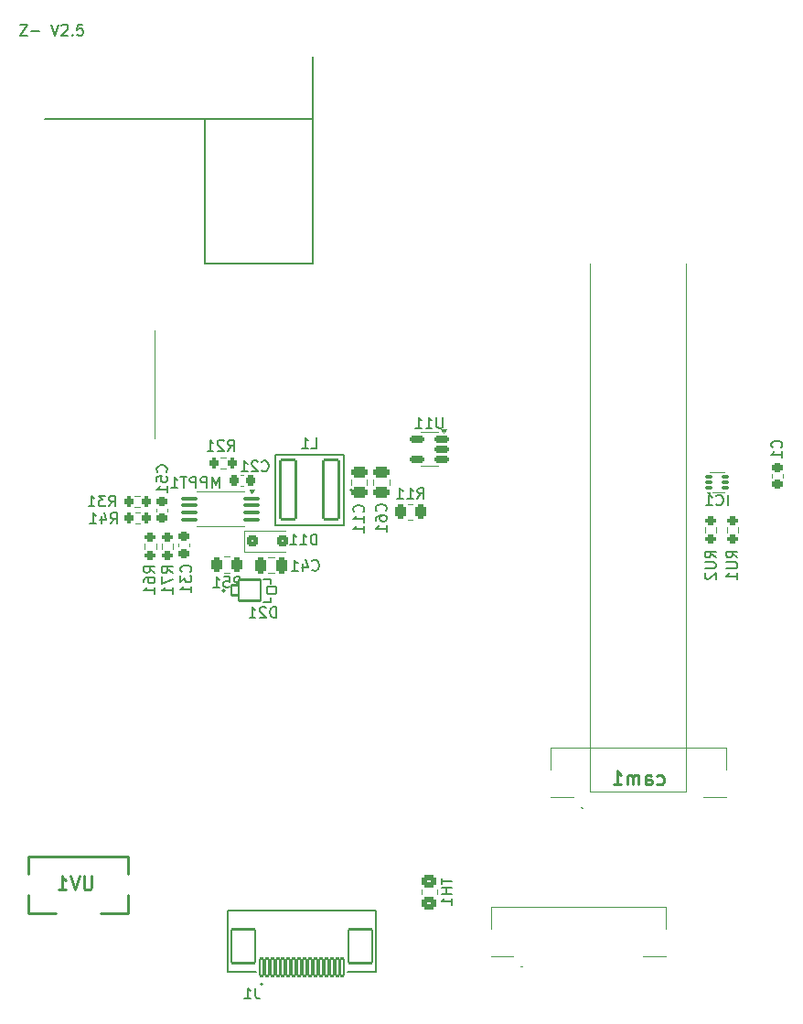
<source format=gbo>
G04 #@! TF.GenerationSoftware,KiCad,Pcbnew,8.0.2*
G04 #@! TF.CreationDate,2024-08-20T08:20:47+02:00*
G04 #@! TF.ProjectId,STS1_SIDEPANEL,53545331-5f53-4494-9445-50414e454c2e,rev?*
G04 #@! TF.SameCoordinates,Original*
G04 #@! TF.FileFunction,Legend,Bot*
G04 #@! TF.FilePolarity,Positive*
%FSLAX46Y46*%
G04 Gerber Fmt 4.6, Leading zero omitted, Abs format (unit mm)*
G04 Created by KiCad (PCBNEW 8.0.2) date 2024-08-20 08:20:47*
%MOMM*%
%LPD*%
G01*
G04 APERTURE LIST*
G04 Aperture macros list*
%AMRoundRect*
0 Rectangle with rounded corners*
0 $1 Rounding radius*
0 $2 $3 $4 $5 $6 $7 $8 $9 X,Y pos of 4 corners*
0 Add a 4 corners polygon primitive as box body*
4,1,4,$2,$3,$4,$5,$6,$7,$8,$9,$2,$3,0*
0 Add four circle primitives for the rounded corners*
1,1,$1+$1,$2,$3*
1,1,$1+$1,$4,$5*
1,1,$1+$1,$6,$7*
1,1,$1+$1,$8,$9*
0 Add four rect primitives between the rounded corners*
20,1,$1+$1,$2,$3,$4,$5,0*
20,1,$1+$1,$4,$5,$6,$7,0*
20,1,$1+$1,$6,$7,$8,$9,0*
20,1,$1+$1,$8,$9,$2,$3,0*%
G04 Aperture macros list end*
%ADD10C,0.150000*%
%ADD11C,0.254000*%
%ADD12C,0.120000*%
%ADD13C,0.100000*%
%ADD14C,0.127000*%
%ADD15C,0.200000*%
%ADD16C,6.000000*%
%ADD17O,1.350000X1.350000*%
%ADD18RoundRect,0.200000X0.275000X-0.200000X0.275000X0.200000X-0.275000X0.200000X-0.275000X-0.200000X0*%
%ADD19R,0.300000X1.000000*%
%ADD20R,1.650000X1.300000*%
%ADD21RoundRect,0.200000X-0.200000X-0.275000X0.200000X-0.275000X0.200000X0.275000X-0.200000X0.275000X0*%
%ADD22RoundRect,0.250000X0.450000X-0.350000X0.450000X0.350000X-0.450000X0.350000X-0.450000X-0.350000X0*%
%ADD23R,0.400000X1.000000*%
%ADD24R,2.000000X1.300000*%
%ADD25RoundRect,0.225000X0.250000X-0.225000X0.250000X0.225000X-0.250000X0.225000X-0.250000X-0.225000X0*%
%ADD26RoundRect,0.085000X-0.265000X-0.085000X0.265000X-0.085000X0.265000X0.085000X-0.265000X0.085000X0*%
%ADD27RoundRect,0.250000X0.475000X-0.250000X0.475000X0.250000X-0.475000X0.250000X-0.475000X-0.250000X0*%
%ADD28RoundRect,0.102000X0.325000X-0.475000X0.325000X0.475000X-0.325000X0.475000X-0.325000X-0.475000X0*%
%ADD29RoundRect,0.102000X-1.000000X-0.975000X1.000000X-0.975000X1.000000X0.975000X-1.000000X0.975000X0*%
%ADD30RoundRect,0.102000X0.425000X0.325000X-0.425000X0.325000X-0.425000X-0.325000X0.425000X-0.325000X0*%
%ADD31RoundRect,0.102000X0.715000X2.750000X-0.715000X2.750000X-0.715000X-2.750000X0.715000X-2.750000X0*%
%ADD32RoundRect,0.225000X-0.225000X-0.250000X0.225000X-0.250000X0.225000X0.250000X-0.225000X0.250000X0*%
%ADD33RoundRect,0.200000X0.200000X0.275000X-0.200000X0.275000X-0.200000X-0.275000X0.200000X-0.275000X0*%
%ADD34RoundRect,0.102000X-0.150000X-0.800000X0.150000X-0.800000X0.150000X0.800000X-0.150000X0.800000X0*%
%ADD35RoundRect,0.102000X-1.120000X-1.560000X1.120000X-1.560000X1.120000X1.560000X-1.120000X1.560000X0*%
%ADD36RoundRect,0.150000X0.512500X0.150000X-0.512500X0.150000X-0.512500X-0.150000X0.512500X-0.150000X0*%
%ADD37RoundRect,0.200000X-0.275000X0.200000X-0.275000X-0.200000X0.275000X-0.200000X0.275000X0.200000X0*%
%ADD38RoundRect,0.225000X-0.250000X0.225000X-0.250000X-0.225000X0.250000X-0.225000X0.250000X0.225000X0*%
%ADD39RoundRect,0.100000X0.637500X0.100000X-0.637500X0.100000X-0.637500X-0.100000X0.637500X-0.100000X0*%
%ADD40RoundRect,0.250000X-0.262500X-0.450000X0.262500X-0.450000X0.262500X0.450000X-0.262500X0.450000X0*%
%ADD41RoundRect,0.250000X-0.300000X-0.300000X0.300000X-0.300000X0.300000X0.300000X-0.300000X0.300000X0*%
%ADD42RoundRect,0.250000X0.262500X0.450000X-0.262500X0.450000X-0.262500X-0.450000X0.262500X-0.450000X0*%
%ADD43RoundRect,0.250000X-0.250000X-0.475000X0.250000X-0.475000X0.250000X0.475000X-0.250000X0.475000X0*%
G04 APERTURE END LIST*
D10*
X91647619Y-41254819D02*
X92314285Y-41254819D01*
X92314285Y-41254819D02*
X91647619Y-42254819D01*
X91647619Y-42254819D02*
X92314285Y-42254819D01*
X92695238Y-41873866D02*
X93457143Y-41873866D01*
X94552381Y-41254819D02*
X94885714Y-42254819D01*
X94885714Y-42254819D02*
X95219047Y-41254819D01*
X95504762Y-41350057D02*
X95552381Y-41302438D01*
X95552381Y-41302438D02*
X95647619Y-41254819D01*
X95647619Y-41254819D02*
X95885714Y-41254819D01*
X95885714Y-41254819D02*
X95980952Y-41302438D01*
X95980952Y-41302438D02*
X96028571Y-41350057D01*
X96028571Y-41350057D02*
X96076190Y-41445295D01*
X96076190Y-41445295D02*
X96076190Y-41540533D01*
X96076190Y-41540533D02*
X96028571Y-41683390D01*
X96028571Y-41683390D02*
X95457143Y-42254819D01*
X95457143Y-42254819D02*
X96076190Y-42254819D01*
X96504762Y-42159580D02*
X96552381Y-42207200D01*
X96552381Y-42207200D02*
X96504762Y-42254819D01*
X96504762Y-42254819D02*
X96457143Y-42207200D01*
X96457143Y-42207200D02*
X96504762Y-42159580D01*
X96504762Y-42159580D02*
X96504762Y-42254819D01*
X97457142Y-41254819D02*
X96980952Y-41254819D01*
X96980952Y-41254819D02*
X96933333Y-41731009D01*
X96933333Y-41731009D02*
X96980952Y-41683390D01*
X96980952Y-41683390D02*
X97076190Y-41635771D01*
X97076190Y-41635771D02*
X97314285Y-41635771D01*
X97314285Y-41635771D02*
X97409523Y-41683390D01*
X97409523Y-41683390D02*
X97457142Y-41731009D01*
X97457142Y-41731009D02*
X97504761Y-41826247D01*
X97504761Y-41826247D02*
X97504761Y-42064342D01*
X97504761Y-42064342D02*
X97457142Y-42159580D01*
X97457142Y-42159580D02*
X97409523Y-42207200D01*
X97409523Y-42207200D02*
X97314285Y-42254819D01*
X97314285Y-42254819D02*
X97076190Y-42254819D01*
X97076190Y-42254819D02*
X96980952Y-42207200D01*
X96980952Y-42207200D02*
X96933333Y-42159580D01*
X105769819Y-91982142D02*
X105293628Y-91648809D01*
X105769819Y-91410714D02*
X104769819Y-91410714D01*
X104769819Y-91410714D02*
X104769819Y-91791666D01*
X104769819Y-91791666D02*
X104817438Y-91886904D01*
X104817438Y-91886904D02*
X104865057Y-91934523D01*
X104865057Y-91934523D02*
X104960295Y-91982142D01*
X104960295Y-91982142D02*
X105103152Y-91982142D01*
X105103152Y-91982142D02*
X105198390Y-91934523D01*
X105198390Y-91934523D02*
X105246009Y-91886904D01*
X105246009Y-91886904D02*
X105293628Y-91791666D01*
X105293628Y-91791666D02*
X105293628Y-91410714D01*
X104769819Y-92315476D02*
X104769819Y-92982142D01*
X104769819Y-92982142D02*
X105769819Y-92553571D01*
X105769819Y-93886904D02*
X105769819Y-93315476D01*
X105769819Y-93601190D02*
X104769819Y-93601190D01*
X104769819Y-93601190D02*
X104912676Y-93505952D01*
X104912676Y-93505952D02*
X105007914Y-93410714D01*
X105007914Y-93410714D02*
X105055533Y-93315476D01*
X99892857Y-85829819D02*
X100226190Y-85353628D01*
X100464285Y-85829819D02*
X100464285Y-84829819D01*
X100464285Y-84829819D02*
X100083333Y-84829819D01*
X100083333Y-84829819D02*
X99988095Y-84877438D01*
X99988095Y-84877438D02*
X99940476Y-84925057D01*
X99940476Y-84925057D02*
X99892857Y-85020295D01*
X99892857Y-85020295D02*
X99892857Y-85163152D01*
X99892857Y-85163152D02*
X99940476Y-85258390D01*
X99940476Y-85258390D02*
X99988095Y-85306009D01*
X99988095Y-85306009D02*
X100083333Y-85353628D01*
X100083333Y-85353628D02*
X100464285Y-85353628D01*
X99559523Y-84829819D02*
X98940476Y-84829819D01*
X98940476Y-84829819D02*
X99273809Y-85210771D01*
X99273809Y-85210771D02*
X99130952Y-85210771D01*
X99130952Y-85210771D02*
X99035714Y-85258390D01*
X99035714Y-85258390D02*
X98988095Y-85306009D01*
X98988095Y-85306009D02*
X98940476Y-85401247D01*
X98940476Y-85401247D02*
X98940476Y-85639342D01*
X98940476Y-85639342D02*
X98988095Y-85734580D01*
X98988095Y-85734580D02*
X99035714Y-85782200D01*
X99035714Y-85782200D02*
X99130952Y-85829819D01*
X99130952Y-85829819D02*
X99416666Y-85829819D01*
X99416666Y-85829819D02*
X99511904Y-85782200D01*
X99511904Y-85782200D02*
X99559523Y-85734580D01*
X97988095Y-85829819D02*
X98559523Y-85829819D01*
X98273809Y-85829819D02*
X98273809Y-84829819D01*
X98273809Y-84829819D02*
X98369047Y-84972676D01*
X98369047Y-84972676D02*
X98464285Y-85067914D01*
X98464285Y-85067914D02*
X98559523Y-85115533D01*
X130654819Y-120214286D02*
X130654819Y-120785714D01*
X131654819Y-120500000D02*
X130654819Y-120500000D01*
X131654819Y-121119048D02*
X130654819Y-121119048D01*
X131131009Y-121119048D02*
X131131009Y-121690476D01*
X131654819Y-121690476D02*
X130654819Y-121690476D01*
X131654819Y-122690476D02*
X131654819Y-122119048D01*
X131654819Y-122404762D02*
X130654819Y-122404762D01*
X130654819Y-122404762D02*
X130797676Y-122309524D01*
X130797676Y-122309524D02*
X130892914Y-122214286D01*
X130892914Y-122214286D02*
X130940533Y-122119048D01*
D11*
X98283444Y-120031828D02*
X98283444Y-121059923D01*
X98283444Y-121059923D02*
X98222967Y-121180875D01*
X98222967Y-121180875D02*
X98162491Y-121241352D01*
X98162491Y-121241352D02*
X98041539Y-121301828D01*
X98041539Y-121301828D02*
X97799634Y-121301828D01*
X97799634Y-121301828D02*
X97678682Y-121241352D01*
X97678682Y-121241352D02*
X97618205Y-121180875D01*
X97618205Y-121180875D02*
X97557729Y-121059923D01*
X97557729Y-121059923D02*
X97557729Y-120031828D01*
X97134396Y-120031828D02*
X96711063Y-121301828D01*
X96711063Y-121301828D02*
X96287729Y-120031828D01*
X95199158Y-121301828D02*
X95924873Y-121301828D01*
X95562016Y-121301828D02*
X95562016Y-120031828D01*
X95562016Y-120031828D02*
X95682968Y-120213256D01*
X95682968Y-120213256D02*
X95803920Y-120334209D01*
X95803920Y-120334209D02*
X95924873Y-120394685D01*
D10*
X162122411Y-80363333D02*
X162170031Y-80315714D01*
X162170031Y-80315714D02*
X162217650Y-80172857D01*
X162217650Y-80172857D02*
X162217650Y-80077619D01*
X162217650Y-80077619D02*
X162170031Y-79934762D01*
X162170031Y-79934762D02*
X162074792Y-79839524D01*
X162074792Y-79839524D02*
X161979554Y-79791905D01*
X161979554Y-79791905D02*
X161789078Y-79744286D01*
X161789078Y-79744286D02*
X161646221Y-79744286D01*
X161646221Y-79744286D02*
X161455745Y-79791905D01*
X161455745Y-79791905D02*
X161360507Y-79839524D01*
X161360507Y-79839524D02*
X161265269Y-79934762D01*
X161265269Y-79934762D02*
X161217650Y-80077619D01*
X161217650Y-80077619D02*
X161217650Y-80172857D01*
X161217650Y-80172857D02*
X161265269Y-80315714D01*
X161265269Y-80315714D02*
X161312888Y-80363333D01*
X162217650Y-81315714D02*
X162217650Y-80744286D01*
X162217650Y-81030000D02*
X161217650Y-81030000D01*
X161217650Y-81030000D02*
X161360507Y-80934762D01*
X161360507Y-80934762D02*
X161455745Y-80839524D01*
X161455745Y-80839524D02*
X161503364Y-80744286D01*
X157166189Y-85739819D02*
X157166189Y-84739819D01*
X156118571Y-85644580D02*
X156166190Y-85692200D01*
X156166190Y-85692200D02*
X156309047Y-85739819D01*
X156309047Y-85739819D02*
X156404285Y-85739819D01*
X156404285Y-85739819D02*
X156547142Y-85692200D01*
X156547142Y-85692200D02*
X156642380Y-85596961D01*
X156642380Y-85596961D02*
X156689999Y-85501723D01*
X156689999Y-85501723D02*
X156737618Y-85311247D01*
X156737618Y-85311247D02*
X156737618Y-85168390D01*
X156737618Y-85168390D02*
X156689999Y-84977914D01*
X156689999Y-84977914D02*
X156642380Y-84882676D01*
X156642380Y-84882676D02*
X156547142Y-84787438D01*
X156547142Y-84787438D02*
X156404285Y-84739819D01*
X156404285Y-84739819D02*
X156309047Y-84739819D01*
X156309047Y-84739819D02*
X156166190Y-84787438D01*
X156166190Y-84787438D02*
X156118571Y-84835057D01*
X155166190Y-85739819D02*
X155737618Y-85739819D01*
X155451904Y-85739819D02*
X155451904Y-84739819D01*
X155451904Y-84739819D02*
X155547142Y-84882676D01*
X155547142Y-84882676D02*
X155642380Y-84977914D01*
X155642380Y-84977914D02*
X155737618Y-85025533D01*
X123419580Y-86327142D02*
X123467200Y-86279523D01*
X123467200Y-86279523D02*
X123514819Y-86136666D01*
X123514819Y-86136666D02*
X123514819Y-86041428D01*
X123514819Y-86041428D02*
X123467200Y-85898571D01*
X123467200Y-85898571D02*
X123371961Y-85803333D01*
X123371961Y-85803333D02*
X123276723Y-85755714D01*
X123276723Y-85755714D02*
X123086247Y-85708095D01*
X123086247Y-85708095D02*
X122943390Y-85708095D01*
X122943390Y-85708095D02*
X122752914Y-85755714D01*
X122752914Y-85755714D02*
X122657676Y-85803333D01*
X122657676Y-85803333D02*
X122562438Y-85898571D01*
X122562438Y-85898571D02*
X122514819Y-86041428D01*
X122514819Y-86041428D02*
X122514819Y-86136666D01*
X122514819Y-86136666D02*
X122562438Y-86279523D01*
X122562438Y-86279523D02*
X122610057Y-86327142D01*
X123514819Y-87279523D02*
X123514819Y-86708095D01*
X123514819Y-86993809D02*
X122514819Y-86993809D01*
X122514819Y-86993809D02*
X122657676Y-86898571D01*
X122657676Y-86898571D02*
X122752914Y-86803333D01*
X122752914Y-86803333D02*
X122800533Y-86708095D01*
X123514819Y-88231904D02*
X123514819Y-87660476D01*
X123514819Y-87946190D02*
X122514819Y-87946190D01*
X122514819Y-87946190D02*
X122657676Y-87850952D01*
X122657676Y-87850952D02*
X122752914Y-87755714D01*
X122752914Y-87755714D02*
X122800533Y-87660476D01*
X156054819Y-90559523D02*
X155578628Y-90226190D01*
X156054819Y-89988095D02*
X155054819Y-89988095D01*
X155054819Y-89988095D02*
X155054819Y-90369047D01*
X155054819Y-90369047D02*
X155102438Y-90464285D01*
X155102438Y-90464285D02*
X155150057Y-90511904D01*
X155150057Y-90511904D02*
X155245295Y-90559523D01*
X155245295Y-90559523D02*
X155388152Y-90559523D01*
X155388152Y-90559523D02*
X155483390Y-90511904D01*
X155483390Y-90511904D02*
X155531009Y-90464285D01*
X155531009Y-90464285D02*
X155578628Y-90369047D01*
X155578628Y-90369047D02*
X155578628Y-89988095D01*
X155054819Y-90988095D02*
X155864342Y-90988095D01*
X155864342Y-90988095D02*
X155959580Y-91035714D01*
X155959580Y-91035714D02*
X156007200Y-91083333D01*
X156007200Y-91083333D02*
X156054819Y-91178571D01*
X156054819Y-91178571D02*
X156054819Y-91369047D01*
X156054819Y-91369047D02*
X156007200Y-91464285D01*
X156007200Y-91464285D02*
X155959580Y-91511904D01*
X155959580Y-91511904D02*
X155864342Y-91559523D01*
X155864342Y-91559523D02*
X155054819Y-91559523D01*
X155150057Y-91988095D02*
X155102438Y-92035714D01*
X155102438Y-92035714D02*
X155054819Y-92130952D01*
X155054819Y-92130952D02*
X155054819Y-92369047D01*
X155054819Y-92369047D02*
X155102438Y-92464285D01*
X155102438Y-92464285D02*
X155150057Y-92511904D01*
X155150057Y-92511904D02*
X155245295Y-92559523D01*
X155245295Y-92559523D02*
X155340533Y-92559523D01*
X155340533Y-92559523D02*
X155483390Y-92511904D01*
X155483390Y-92511904D02*
X156054819Y-91940476D01*
X156054819Y-91940476D02*
X156054819Y-92559523D01*
X115354285Y-96124819D02*
X115354285Y-95124819D01*
X115354285Y-95124819D02*
X115116190Y-95124819D01*
X115116190Y-95124819D02*
X114973333Y-95172438D01*
X114973333Y-95172438D02*
X114878095Y-95267676D01*
X114878095Y-95267676D02*
X114830476Y-95362914D01*
X114830476Y-95362914D02*
X114782857Y-95553390D01*
X114782857Y-95553390D02*
X114782857Y-95696247D01*
X114782857Y-95696247D02*
X114830476Y-95886723D01*
X114830476Y-95886723D02*
X114878095Y-95981961D01*
X114878095Y-95981961D02*
X114973333Y-96077200D01*
X114973333Y-96077200D02*
X115116190Y-96124819D01*
X115116190Y-96124819D02*
X115354285Y-96124819D01*
X114401904Y-95220057D02*
X114354285Y-95172438D01*
X114354285Y-95172438D02*
X114259047Y-95124819D01*
X114259047Y-95124819D02*
X114020952Y-95124819D01*
X114020952Y-95124819D02*
X113925714Y-95172438D01*
X113925714Y-95172438D02*
X113878095Y-95220057D01*
X113878095Y-95220057D02*
X113830476Y-95315295D01*
X113830476Y-95315295D02*
X113830476Y-95410533D01*
X113830476Y-95410533D02*
X113878095Y-95553390D01*
X113878095Y-95553390D02*
X114449523Y-96124819D01*
X114449523Y-96124819D02*
X113830476Y-96124819D01*
X112878095Y-96124819D02*
X113449523Y-96124819D01*
X113163809Y-96124819D02*
X113163809Y-95124819D01*
X113163809Y-95124819D02*
X113259047Y-95267676D01*
X113259047Y-95267676D02*
X113354285Y-95362914D01*
X113354285Y-95362914D02*
X113449523Y-95410533D01*
X118616666Y-80454819D02*
X119092856Y-80454819D01*
X119092856Y-80454819D02*
X119092856Y-79454819D01*
X117759523Y-80454819D02*
X118330951Y-80454819D01*
X118045237Y-80454819D02*
X118045237Y-79454819D01*
X118045237Y-79454819D02*
X118140475Y-79597676D01*
X118140475Y-79597676D02*
X118235713Y-79692914D01*
X118235713Y-79692914D02*
X118330951Y-79740533D01*
X114042857Y-82509580D02*
X114090476Y-82557200D01*
X114090476Y-82557200D02*
X114233333Y-82604819D01*
X114233333Y-82604819D02*
X114328571Y-82604819D01*
X114328571Y-82604819D02*
X114471428Y-82557200D01*
X114471428Y-82557200D02*
X114566666Y-82461961D01*
X114566666Y-82461961D02*
X114614285Y-82366723D01*
X114614285Y-82366723D02*
X114661904Y-82176247D01*
X114661904Y-82176247D02*
X114661904Y-82033390D01*
X114661904Y-82033390D02*
X114614285Y-81842914D01*
X114614285Y-81842914D02*
X114566666Y-81747676D01*
X114566666Y-81747676D02*
X114471428Y-81652438D01*
X114471428Y-81652438D02*
X114328571Y-81604819D01*
X114328571Y-81604819D02*
X114233333Y-81604819D01*
X114233333Y-81604819D02*
X114090476Y-81652438D01*
X114090476Y-81652438D02*
X114042857Y-81700057D01*
X113661904Y-81700057D02*
X113614285Y-81652438D01*
X113614285Y-81652438D02*
X113519047Y-81604819D01*
X113519047Y-81604819D02*
X113280952Y-81604819D01*
X113280952Y-81604819D02*
X113185714Y-81652438D01*
X113185714Y-81652438D02*
X113138095Y-81700057D01*
X113138095Y-81700057D02*
X113090476Y-81795295D01*
X113090476Y-81795295D02*
X113090476Y-81890533D01*
X113090476Y-81890533D02*
X113138095Y-82033390D01*
X113138095Y-82033390D02*
X113709523Y-82604819D01*
X113709523Y-82604819D02*
X113090476Y-82604819D01*
X112138095Y-82604819D02*
X112709523Y-82604819D01*
X112423809Y-82604819D02*
X112423809Y-81604819D01*
X112423809Y-81604819D02*
X112519047Y-81747676D01*
X112519047Y-81747676D02*
X112614285Y-81842914D01*
X112614285Y-81842914D02*
X112709523Y-81890533D01*
X110892857Y-80679819D02*
X111226190Y-80203628D01*
X111464285Y-80679819D02*
X111464285Y-79679819D01*
X111464285Y-79679819D02*
X111083333Y-79679819D01*
X111083333Y-79679819D02*
X110988095Y-79727438D01*
X110988095Y-79727438D02*
X110940476Y-79775057D01*
X110940476Y-79775057D02*
X110892857Y-79870295D01*
X110892857Y-79870295D02*
X110892857Y-80013152D01*
X110892857Y-80013152D02*
X110940476Y-80108390D01*
X110940476Y-80108390D02*
X110988095Y-80156009D01*
X110988095Y-80156009D02*
X111083333Y-80203628D01*
X111083333Y-80203628D02*
X111464285Y-80203628D01*
X110511904Y-79775057D02*
X110464285Y-79727438D01*
X110464285Y-79727438D02*
X110369047Y-79679819D01*
X110369047Y-79679819D02*
X110130952Y-79679819D01*
X110130952Y-79679819D02*
X110035714Y-79727438D01*
X110035714Y-79727438D02*
X109988095Y-79775057D01*
X109988095Y-79775057D02*
X109940476Y-79870295D01*
X109940476Y-79870295D02*
X109940476Y-79965533D01*
X109940476Y-79965533D02*
X109988095Y-80108390D01*
X109988095Y-80108390D02*
X110559523Y-80679819D01*
X110559523Y-80679819D02*
X109940476Y-80679819D01*
X108988095Y-80679819D02*
X109559523Y-80679819D01*
X109273809Y-80679819D02*
X109273809Y-79679819D01*
X109273809Y-79679819D02*
X109369047Y-79822676D01*
X109369047Y-79822676D02*
X109464285Y-79917914D01*
X109464285Y-79917914D02*
X109559523Y-79965533D01*
X113438333Y-130384819D02*
X113438333Y-131099104D01*
X113438333Y-131099104D02*
X113485952Y-131241961D01*
X113485952Y-131241961D02*
X113581190Y-131337200D01*
X113581190Y-131337200D02*
X113724047Y-131384819D01*
X113724047Y-131384819D02*
X113819285Y-131384819D01*
X112438333Y-131384819D02*
X113009761Y-131384819D01*
X112724047Y-131384819D02*
X112724047Y-130384819D01*
X112724047Y-130384819D02*
X112819285Y-130527676D01*
X112819285Y-130527676D02*
X112914523Y-130622914D01*
X112914523Y-130622914D02*
X113009761Y-130670533D01*
X130798094Y-77582319D02*
X130798094Y-78391842D01*
X130798094Y-78391842D02*
X130750475Y-78487080D01*
X130750475Y-78487080D02*
X130702856Y-78534700D01*
X130702856Y-78534700D02*
X130607618Y-78582319D01*
X130607618Y-78582319D02*
X130417142Y-78582319D01*
X130417142Y-78582319D02*
X130321904Y-78534700D01*
X130321904Y-78534700D02*
X130274285Y-78487080D01*
X130274285Y-78487080D02*
X130226666Y-78391842D01*
X130226666Y-78391842D02*
X130226666Y-77582319D01*
X129226666Y-78582319D02*
X129798094Y-78582319D01*
X129512380Y-78582319D02*
X129512380Y-77582319D01*
X129512380Y-77582319D02*
X129607618Y-77725176D01*
X129607618Y-77725176D02*
X129702856Y-77820414D01*
X129702856Y-77820414D02*
X129798094Y-77868033D01*
X128274285Y-78582319D02*
X128845713Y-78582319D01*
X128559999Y-78582319D02*
X128559999Y-77582319D01*
X128559999Y-77582319D02*
X128655237Y-77725176D01*
X128655237Y-77725176D02*
X128750475Y-77820414D01*
X128750475Y-77820414D02*
X128845713Y-77868033D01*
X158054819Y-90559523D02*
X157578628Y-90226190D01*
X158054819Y-89988095D02*
X157054819Y-89988095D01*
X157054819Y-89988095D02*
X157054819Y-90369047D01*
X157054819Y-90369047D02*
X157102438Y-90464285D01*
X157102438Y-90464285D02*
X157150057Y-90511904D01*
X157150057Y-90511904D02*
X157245295Y-90559523D01*
X157245295Y-90559523D02*
X157388152Y-90559523D01*
X157388152Y-90559523D02*
X157483390Y-90511904D01*
X157483390Y-90511904D02*
X157531009Y-90464285D01*
X157531009Y-90464285D02*
X157578628Y-90369047D01*
X157578628Y-90369047D02*
X157578628Y-89988095D01*
X157054819Y-90988095D02*
X157864342Y-90988095D01*
X157864342Y-90988095D02*
X157959580Y-91035714D01*
X157959580Y-91035714D02*
X158007200Y-91083333D01*
X158007200Y-91083333D02*
X158054819Y-91178571D01*
X158054819Y-91178571D02*
X158054819Y-91369047D01*
X158054819Y-91369047D02*
X158007200Y-91464285D01*
X158007200Y-91464285D02*
X157959580Y-91511904D01*
X157959580Y-91511904D02*
X157864342Y-91559523D01*
X157864342Y-91559523D02*
X157054819Y-91559523D01*
X158054819Y-92559523D02*
X158054819Y-91988095D01*
X158054819Y-92273809D02*
X157054819Y-92273809D01*
X157054819Y-92273809D02*
X157197676Y-92178571D01*
X157197676Y-92178571D02*
X157292914Y-92083333D01*
X157292914Y-92083333D02*
X157340533Y-91988095D01*
X104124819Y-91977142D02*
X103648628Y-91643809D01*
X104124819Y-91405714D02*
X103124819Y-91405714D01*
X103124819Y-91405714D02*
X103124819Y-91786666D01*
X103124819Y-91786666D02*
X103172438Y-91881904D01*
X103172438Y-91881904D02*
X103220057Y-91929523D01*
X103220057Y-91929523D02*
X103315295Y-91977142D01*
X103315295Y-91977142D02*
X103458152Y-91977142D01*
X103458152Y-91977142D02*
X103553390Y-91929523D01*
X103553390Y-91929523D02*
X103601009Y-91881904D01*
X103601009Y-91881904D02*
X103648628Y-91786666D01*
X103648628Y-91786666D02*
X103648628Y-91405714D01*
X103124819Y-92834285D02*
X103124819Y-92643809D01*
X103124819Y-92643809D02*
X103172438Y-92548571D01*
X103172438Y-92548571D02*
X103220057Y-92500952D01*
X103220057Y-92500952D02*
X103362914Y-92405714D01*
X103362914Y-92405714D02*
X103553390Y-92358095D01*
X103553390Y-92358095D02*
X103934342Y-92358095D01*
X103934342Y-92358095D02*
X104029580Y-92405714D01*
X104029580Y-92405714D02*
X104077200Y-92453333D01*
X104077200Y-92453333D02*
X104124819Y-92548571D01*
X104124819Y-92548571D02*
X104124819Y-92739047D01*
X104124819Y-92739047D02*
X104077200Y-92834285D01*
X104077200Y-92834285D02*
X104029580Y-92881904D01*
X104029580Y-92881904D02*
X103934342Y-92929523D01*
X103934342Y-92929523D02*
X103696247Y-92929523D01*
X103696247Y-92929523D02*
X103601009Y-92881904D01*
X103601009Y-92881904D02*
X103553390Y-92834285D01*
X103553390Y-92834285D02*
X103505771Y-92739047D01*
X103505771Y-92739047D02*
X103505771Y-92548571D01*
X103505771Y-92548571D02*
X103553390Y-92453333D01*
X103553390Y-92453333D02*
X103601009Y-92405714D01*
X103601009Y-92405714D02*
X103696247Y-92358095D01*
X104124819Y-93881904D02*
X104124819Y-93310476D01*
X104124819Y-93596190D02*
X103124819Y-93596190D01*
X103124819Y-93596190D02*
X103267676Y-93500952D01*
X103267676Y-93500952D02*
X103362914Y-93405714D01*
X103362914Y-93405714D02*
X103410533Y-93310476D01*
X107426580Y-91878142D02*
X107474200Y-91830523D01*
X107474200Y-91830523D02*
X107521819Y-91687666D01*
X107521819Y-91687666D02*
X107521819Y-91592428D01*
X107521819Y-91592428D02*
X107474200Y-91449571D01*
X107474200Y-91449571D02*
X107378961Y-91354333D01*
X107378961Y-91354333D02*
X107283723Y-91306714D01*
X107283723Y-91306714D02*
X107093247Y-91259095D01*
X107093247Y-91259095D02*
X106950390Y-91259095D01*
X106950390Y-91259095D02*
X106759914Y-91306714D01*
X106759914Y-91306714D02*
X106664676Y-91354333D01*
X106664676Y-91354333D02*
X106569438Y-91449571D01*
X106569438Y-91449571D02*
X106521819Y-91592428D01*
X106521819Y-91592428D02*
X106521819Y-91687666D01*
X106521819Y-91687666D02*
X106569438Y-91830523D01*
X106569438Y-91830523D02*
X106617057Y-91878142D01*
X106521819Y-92211476D02*
X106521819Y-92830523D01*
X106521819Y-92830523D02*
X106902771Y-92497190D01*
X106902771Y-92497190D02*
X106902771Y-92640047D01*
X106902771Y-92640047D02*
X106950390Y-92735285D01*
X106950390Y-92735285D02*
X106998009Y-92782904D01*
X106998009Y-92782904D02*
X107093247Y-92830523D01*
X107093247Y-92830523D02*
X107331342Y-92830523D01*
X107331342Y-92830523D02*
X107426580Y-92782904D01*
X107426580Y-92782904D02*
X107474200Y-92735285D01*
X107474200Y-92735285D02*
X107521819Y-92640047D01*
X107521819Y-92640047D02*
X107521819Y-92354333D01*
X107521819Y-92354333D02*
X107474200Y-92259095D01*
X107474200Y-92259095D02*
X107426580Y-92211476D01*
X107521819Y-93782904D02*
X107521819Y-93211476D01*
X107521819Y-93497190D02*
X106521819Y-93497190D01*
X106521819Y-93497190D02*
X106664676Y-93401952D01*
X106664676Y-93401952D02*
X106759914Y-93306714D01*
X106759914Y-93306714D02*
X106807533Y-93211476D01*
X100032857Y-87429819D02*
X100366190Y-86953628D01*
X100604285Y-87429819D02*
X100604285Y-86429819D01*
X100604285Y-86429819D02*
X100223333Y-86429819D01*
X100223333Y-86429819D02*
X100128095Y-86477438D01*
X100128095Y-86477438D02*
X100080476Y-86525057D01*
X100080476Y-86525057D02*
X100032857Y-86620295D01*
X100032857Y-86620295D02*
X100032857Y-86763152D01*
X100032857Y-86763152D02*
X100080476Y-86858390D01*
X100080476Y-86858390D02*
X100128095Y-86906009D01*
X100128095Y-86906009D02*
X100223333Y-86953628D01*
X100223333Y-86953628D02*
X100604285Y-86953628D01*
X99175714Y-86763152D02*
X99175714Y-87429819D01*
X99413809Y-86382200D02*
X99651904Y-87096485D01*
X99651904Y-87096485D02*
X99032857Y-87096485D01*
X98128095Y-87429819D02*
X98699523Y-87429819D01*
X98413809Y-87429819D02*
X98413809Y-86429819D01*
X98413809Y-86429819D02*
X98509047Y-86572676D01*
X98509047Y-86572676D02*
X98604285Y-86667914D01*
X98604285Y-86667914D02*
X98699523Y-86715533D01*
D11*
X150633571Y-111493842D02*
X150754523Y-111554318D01*
X150754523Y-111554318D02*
X150996428Y-111554318D01*
X150996428Y-111554318D02*
X151117380Y-111493842D01*
X151117380Y-111493842D02*
X151177857Y-111433365D01*
X151177857Y-111433365D02*
X151238333Y-111312413D01*
X151238333Y-111312413D02*
X151238333Y-110949556D01*
X151238333Y-110949556D02*
X151177857Y-110828603D01*
X151177857Y-110828603D02*
X151117380Y-110768127D01*
X151117380Y-110768127D02*
X150996428Y-110707651D01*
X150996428Y-110707651D02*
X150754523Y-110707651D01*
X150754523Y-110707651D02*
X150633571Y-110768127D01*
X149545000Y-111554318D02*
X149545000Y-110889080D01*
X149545000Y-110889080D02*
X149605476Y-110768127D01*
X149605476Y-110768127D02*
X149726428Y-110707651D01*
X149726428Y-110707651D02*
X149968333Y-110707651D01*
X149968333Y-110707651D02*
X150089286Y-110768127D01*
X149545000Y-111493842D02*
X149665952Y-111554318D01*
X149665952Y-111554318D02*
X149968333Y-111554318D01*
X149968333Y-111554318D02*
X150089286Y-111493842D01*
X150089286Y-111493842D02*
X150149762Y-111372889D01*
X150149762Y-111372889D02*
X150149762Y-111251937D01*
X150149762Y-111251937D02*
X150089286Y-111130984D01*
X150089286Y-111130984D02*
X149968333Y-111070508D01*
X149968333Y-111070508D02*
X149665952Y-111070508D01*
X149665952Y-111070508D02*
X149545000Y-111010032D01*
X148940238Y-111554318D02*
X148940238Y-110707651D01*
X148940238Y-110828603D02*
X148879761Y-110768127D01*
X148879761Y-110768127D02*
X148758809Y-110707651D01*
X148758809Y-110707651D02*
X148577380Y-110707651D01*
X148577380Y-110707651D02*
X148456428Y-110768127D01*
X148456428Y-110768127D02*
X148395952Y-110889080D01*
X148395952Y-110889080D02*
X148395952Y-111554318D01*
X148395952Y-110889080D02*
X148335476Y-110768127D01*
X148335476Y-110768127D02*
X148214523Y-110707651D01*
X148214523Y-110707651D02*
X148033095Y-110707651D01*
X148033095Y-110707651D02*
X147912142Y-110768127D01*
X147912142Y-110768127D02*
X147851666Y-110889080D01*
X147851666Y-110889080D02*
X147851666Y-111554318D01*
X146581666Y-111554318D02*
X147307381Y-111554318D01*
X146944524Y-111554318D02*
X146944524Y-110284318D01*
X146944524Y-110284318D02*
X147065476Y-110465746D01*
X147065476Y-110465746D02*
X147186428Y-110586699D01*
X147186428Y-110586699D02*
X147307381Y-110647175D01*
D10*
X110080475Y-84109819D02*
X110080475Y-83109819D01*
X110080475Y-83109819D02*
X109747142Y-83824104D01*
X109747142Y-83824104D02*
X109413809Y-83109819D01*
X109413809Y-83109819D02*
X109413809Y-84109819D01*
X108937618Y-84109819D02*
X108937618Y-83109819D01*
X108937618Y-83109819D02*
X108556666Y-83109819D01*
X108556666Y-83109819D02*
X108461428Y-83157438D01*
X108461428Y-83157438D02*
X108413809Y-83205057D01*
X108413809Y-83205057D02*
X108366190Y-83300295D01*
X108366190Y-83300295D02*
X108366190Y-83443152D01*
X108366190Y-83443152D02*
X108413809Y-83538390D01*
X108413809Y-83538390D02*
X108461428Y-83586009D01*
X108461428Y-83586009D02*
X108556666Y-83633628D01*
X108556666Y-83633628D02*
X108937618Y-83633628D01*
X107937618Y-84109819D02*
X107937618Y-83109819D01*
X107937618Y-83109819D02*
X107556666Y-83109819D01*
X107556666Y-83109819D02*
X107461428Y-83157438D01*
X107461428Y-83157438D02*
X107413809Y-83205057D01*
X107413809Y-83205057D02*
X107366190Y-83300295D01*
X107366190Y-83300295D02*
X107366190Y-83443152D01*
X107366190Y-83443152D02*
X107413809Y-83538390D01*
X107413809Y-83538390D02*
X107461428Y-83586009D01*
X107461428Y-83586009D02*
X107556666Y-83633628D01*
X107556666Y-83633628D02*
X107937618Y-83633628D01*
X107080475Y-83109819D02*
X106509047Y-83109819D01*
X106794761Y-84109819D02*
X106794761Y-83109819D01*
X105651904Y-84109819D02*
X106223332Y-84109819D01*
X105937618Y-84109819D02*
X105937618Y-83109819D01*
X105937618Y-83109819D02*
X106032856Y-83252676D01*
X106032856Y-83252676D02*
X106128094Y-83347914D01*
X106128094Y-83347914D02*
X106223332Y-83395533D01*
X111450357Y-93334819D02*
X111783690Y-92858628D01*
X112021785Y-93334819D02*
X112021785Y-92334819D01*
X112021785Y-92334819D02*
X111640833Y-92334819D01*
X111640833Y-92334819D02*
X111545595Y-92382438D01*
X111545595Y-92382438D02*
X111497976Y-92430057D01*
X111497976Y-92430057D02*
X111450357Y-92525295D01*
X111450357Y-92525295D02*
X111450357Y-92668152D01*
X111450357Y-92668152D02*
X111497976Y-92763390D01*
X111497976Y-92763390D02*
X111545595Y-92811009D01*
X111545595Y-92811009D02*
X111640833Y-92858628D01*
X111640833Y-92858628D02*
X112021785Y-92858628D01*
X110545595Y-92334819D02*
X111021785Y-92334819D01*
X111021785Y-92334819D02*
X111069404Y-92811009D01*
X111069404Y-92811009D02*
X111021785Y-92763390D01*
X111021785Y-92763390D02*
X110926547Y-92715771D01*
X110926547Y-92715771D02*
X110688452Y-92715771D01*
X110688452Y-92715771D02*
X110593214Y-92763390D01*
X110593214Y-92763390D02*
X110545595Y-92811009D01*
X110545595Y-92811009D02*
X110497976Y-92906247D01*
X110497976Y-92906247D02*
X110497976Y-93144342D01*
X110497976Y-93144342D02*
X110545595Y-93239580D01*
X110545595Y-93239580D02*
X110593214Y-93287200D01*
X110593214Y-93287200D02*
X110688452Y-93334819D01*
X110688452Y-93334819D02*
X110926547Y-93334819D01*
X110926547Y-93334819D02*
X111021785Y-93287200D01*
X111021785Y-93287200D02*
X111069404Y-93239580D01*
X109545595Y-93334819D02*
X110117023Y-93334819D01*
X109831309Y-93334819D02*
X109831309Y-92334819D01*
X109831309Y-92334819D02*
X109926547Y-92477676D01*
X109926547Y-92477676D02*
X110021785Y-92572914D01*
X110021785Y-92572914D02*
X110117023Y-92620533D01*
X119139285Y-89379819D02*
X119139285Y-88379819D01*
X119139285Y-88379819D02*
X118901190Y-88379819D01*
X118901190Y-88379819D02*
X118758333Y-88427438D01*
X118758333Y-88427438D02*
X118663095Y-88522676D01*
X118663095Y-88522676D02*
X118615476Y-88617914D01*
X118615476Y-88617914D02*
X118567857Y-88808390D01*
X118567857Y-88808390D02*
X118567857Y-88951247D01*
X118567857Y-88951247D02*
X118615476Y-89141723D01*
X118615476Y-89141723D02*
X118663095Y-89236961D01*
X118663095Y-89236961D02*
X118758333Y-89332200D01*
X118758333Y-89332200D02*
X118901190Y-89379819D01*
X118901190Y-89379819D02*
X119139285Y-89379819D01*
X117615476Y-89379819D02*
X118186904Y-89379819D01*
X117901190Y-89379819D02*
X117901190Y-88379819D01*
X117901190Y-88379819D02*
X117996428Y-88522676D01*
X117996428Y-88522676D02*
X118091666Y-88617914D01*
X118091666Y-88617914D02*
X118186904Y-88665533D01*
X116663095Y-89379819D02*
X117234523Y-89379819D01*
X116948809Y-89379819D02*
X116948809Y-88379819D01*
X116948809Y-88379819D02*
X117044047Y-88522676D01*
X117044047Y-88522676D02*
X117139285Y-88617914D01*
X117139285Y-88617914D02*
X117234523Y-88665533D01*
X105199580Y-82642142D02*
X105247200Y-82594523D01*
X105247200Y-82594523D02*
X105294819Y-82451666D01*
X105294819Y-82451666D02*
X105294819Y-82356428D01*
X105294819Y-82356428D02*
X105247200Y-82213571D01*
X105247200Y-82213571D02*
X105151961Y-82118333D01*
X105151961Y-82118333D02*
X105056723Y-82070714D01*
X105056723Y-82070714D02*
X104866247Y-82023095D01*
X104866247Y-82023095D02*
X104723390Y-82023095D01*
X104723390Y-82023095D02*
X104532914Y-82070714D01*
X104532914Y-82070714D02*
X104437676Y-82118333D01*
X104437676Y-82118333D02*
X104342438Y-82213571D01*
X104342438Y-82213571D02*
X104294819Y-82356428D01*
X104294819Y-82356428D02*
X104294819Y-82451666D01*
X104294819Y-82451666D02*
X104342438Y-82594523D01*
X104342438Y-82594523D02*
X104390057Y-82642142D01*
X104294819Y-83546904D02*
X104294819Y-83070714D01*
X104294819Y-83070714D02*
X104771009Y-83023095D01*
X104771009Y-83023095D02*
X104723390Y-83070714D01*
X104723390Y-83070714D02*
X104675771Y-83165952D01*
X104675771Y-83165952D02*
X104675771Y-83404047D01*
X104675771Y-83404047D02*
X104723390Y-83499285D01*
X104723390Y-83499285D02*
X104771009Y-83546904D01*
X104771009Y-83546904D02*
X104866247Y-83594523D01*
X104866247Y-83594523D02*
X105104342Y-83594523D01*
X105104342Y-83594523D02*
X105199580Y-83546904D01*
X105199580Y-83546904D02*
X105247200Y-83499285D01*
X105247200Y-83499285D02*
X105294819Y-83404047D01*
X105294819Y-83404047D02*
X105294819Y-83165952D01*
X105294819Y-83165952D02*
X105247200Y-83070714D01*
X105247200Y-83070714D02*
X105199580Y-83023095D01*
X105294819Y-84546904D02*
X105294819Y-83975476D01*
X105294819Y-84261190D02*
X104294819Y-84261190D01*
X104294819Y-84261190D02*
X104437676Y-84165952D01*
X104437676Y-84165952D02*
X104532914Y-84070714D01*
X104532914Y-84070714D02*
X104580533Y-83975476D01*
X125499580Y-86257142D02*
X125547200Y-86209523D01*
X125547200Y-86209523D02*
X125594819Y-86066666D01*
X125594819Y-86066666D02*
X125594819Y-85971428D01*
X125594819Y-85971428D02*
X125547200Y-85828571D01*
X125547200Y-85828571D02*
X125451961Y-85733333D01*
X125451961Y-85733333D02*
X125356723Y-85685714D01*
X125356723Y-85685714D02*
X125166247Y-85638095D01*
X125166247Y-85638095D02*
X125023390Y-85638095D01*
X125023390Y-85638095D02*
X124832914Y-85685714D01*
X124832914Y-85685714D02*
X124737676Y-85733333D01*
X124737676Y-85733333D02*
X124642438Y-85828571D01*
X124642438Y-85828571D02*
X124594819Y-85971428D01*
X124594819Y-85971428D02*
X124594819Y-86066666D01*
X124594819Y-86066666D02*
X124642438Y-86209523D01*
X124642438Y-86209523D02*
X124690057Y-86257142D01*
X124594819Y-87114285D02*
X124594819Y-86923809D01*
X124594819Y-86923809D02*
X124642438Y-86828571D01*
X124642438Y-86828571D02*
X124690057Y-86780952D01*
X124690057Y-86780952D02*
X124832914Y-86685714D01*
X124832914Y-86685714D02*
X125023390Y-86638095D01*
X125023390Y-86638095D02*
X125404342Y-86638095D01*
X125404342Y-86638095D02*
X125499580Y-86685714D01*
X125499580Y-86685714D02*
X125547200Y-86733333D01*
X125547200Y-86733333D02*
X125594819Y-86828571D01*
X125594819Y-86828571D02*
X125594819Y-87019047D01*
X125594819Y-87019047D02*
X125547200Y-87114285D01*
X125547200Y-87114285D02*
X125499580Y-87161904D01*
X125499580Y-87161904D02*
X125404342Y-87209523D01*
X125404342Y-87209523D02*
X125166247Y-87209523D01*
X125166247Y-87209523D02*
X125071009Y-87161904D01*
X125071009Y-87161904D02*
X125023390Y-87114285D01*
X125023390Y-87114285D02*
X124975771Y-87019047D01*
X124975771Y-87019047D02*
X124975771Y-86828571D01*
X124975771Y-86828571D02*
X125023390Y-86733333D01*
X125023390Y-86733333D02*
X125071009Y-86685714D01*
X125071009Y-86685714D02*
X125166247Y-86638095D01*
X125594819Y-88161904D02*
X125594819Y-87590476D01*
X125594819Y-87876190D02*
X124594819Y-87876190D01*
X124594819Y-87876190D02*
X124737676Y-87780952D01*
X124737676Y-87780952D02*
X124832914Y-87685714D01*
X124832914Y-87685714D02*
X124880533Y-87590476D01*
X128442857Y-85124819D02*
X128776190Y-84648628D01*
X129014285Y-85124819D02*
X129014285Y-84124819D01*
X129014285Y-84124819D02*
X128633333Y-84124819D01*
X128633333Y-84124819D02*
X128538095Y-84172438D01*
X128538095Y-84172438D02*
X128490476Y-84220057D01*
X128490476Y-84220057D02*
X128442857Y-84315295D01*
X128442857Y-84315295D02*
X128442857Y-84458152D01*
X128442857Y-84458152D02*
X128490476Y-84553390D01*
X128490476Y-84553390D02*
X128538095Y-84601009D01*
X128538095Y-84601009D02*
X128633333Y-84648628D01*
X128633333Y-84648628D02*
X129014285Y-84648628D01*
X127490476Y-85124819D02*
X128061904Y-85124819D01*
X127776190Y-85124819D02*
X127776190Y-84124819D01*
X127776190Y-84124819D02*
X127871428Y-84267676D01*
X127871428Y-84267676D02*
X127966666Y-84362914D01*
X127966666Y-84362914D02*
X128061904Y-84410533D01*
X126538095Y-85124819D02*
X127109523Y-85124819D01*
X126823809Y-85124819D02*
X126823809Y-84124819D01*
X126823809Y-84124819D02*
X126919047Y-84267676D01*
X126919047Y-84267676D02*
X127014285Y-84362914D01*
X127014285Y-84362914D02*
X127109523Y-84410533D01*
X118702857Y-91689580D02*
X118750476Y-91737200D01*
X118750476Y-91737200D02*
X118893333Y-91784819D01*
X118893333Y-91784819D02*
X118988571Y-91784819D01*
X118988571Y-91784819D02*
X119131428Y-91737200D01*
X119131428Y-91737200D02*
X119226666Y-91641961D01*
X119226666Y-91641961D02*
X119274285Y-91546723D01*
X119274285Y-91546723D02*
X119321904Y-91356247D01*
X119321904Y-91356247D02*
X119321904Y-91213390D01*
X119321904Y-91213390D02*
X119274285Y-91022914D01*
X119274285Y-91022914D02*
X119226666Y-90927676D01*
X119226666Y-90927676D02*
X119131428Y-90832438D01*
X119131428Y-90832438D02*
X118988571Y-90784819D01*
X118988571Y-90784819D02*
X118893333Y-90784819D01*
X118893333Y-90784819D02*
X118750476Y-90832438D01*
X118750476Y-90832438D02*
X118702857Y-90880057D01*
X117845714Y-91118152D02*
X117845714Y-91784819D01*
X118083809Y-90737200D02*
X118321904Y-91451485D01*
X118321904Y-91451485D02*
X117702857Y-91451485D01*
X116798095Y-91784819D02*
X117369523Y-91784819D01*
X117083809Y-91784819D02*
X117083809Y-90784819D01*
X117083809Y-90784819D02*
X117179047Y-90927676D01*
X117179047Y-90927676D02*
X117274285Y-91022914D01*
X117274285Y-91022914D02*
X117369523Y-91070533D01*
X93967000Y-49997000D02*
X118737000Y-49980400D01*
D12*
X104100000Y-69500000D02*
X104100000Y-79500000D01*
D10*
X108737000Y-63397000D02*
X108735000Y-50056600D01*
X118737000Y-63397000D02*
X108737000Y-63397000D01*
X118742600Y-44207000D02*
X118737000Y-63397000D01*
D12*
X144430000Y-112250000D02*
X144430000Y-63355000D01*
X153320000Y-63355000D02*
X153320000Y-112250000D01*
X153320000Y-112250000D02*
X144430000Y-112250000D01*
X104747500Y-89747258D02*
X104747500Y-89272742D01*
X105792500Y-89747258D02*
X105792500Y-89272742D01*
D13*
X135230000Y-122870000D02*
X151430000Y-122870000D01*
X135230000Y-124880000D02*
X135230000Y-122870000D01*
X137330000Y-127420000D02*
X135230000Y-127420000D01*
X138030000Y-128420000D02*
X138030000Y-128420000D01*
X138130000Y-128420000D02*
X138130000Y-128420000D01*
X149330000Y-127420000D02*
X151430000Y-127420000D01*
X151430000Y-122870000D02*
X151430000Y-124880000D01*
X138030000Y-128420000D02*
G75*
G02*
X138130000Y-128420000I50000J0D01*
G01*
X138130000Y-128420000D02*
G75*
G02*
X138030000Y-128420000I-50000J0D01*
G01*
D12*
X102287742Y-84842500D02*
X102762258Y-84842500D01*
X102287742Y-85887500D02*
X102762258Y-85887500D01*
X128815000Y-121727064D02*
X128815000Y-121272936D01*
X130285000Y-121727064D02*
X130285000Y-121272936D01*
D11*
X92435000Y-118200000D02*
X92435000Y-119800000D01*
X92435000Y-118200000D02*
X101635000Y-118200000D01*
X92435000Y-123500000D02*
X92435000Y-121800000D01*
X92435000Y-123500000D02*
X94935000Y-123500000D01*
X101635000Y-118200000D02*
X101635000Y-119800000D01*
X101635000Y-123500000D02*
X99135000Y-123500000D01*
X101635000Y-123500000D02*
X101635000Y-121800000D01*
D12*
X161272831Y-83140580D02*
X161272831Y-82859420D01*
X162292831Y-83140580D02*
X162292831Y-82859420D01*
X156840000Y-82685000D02*
X155540000Y-82685000D01*
X156840000Y-84485000D02*
X155740000Y-84485000D01*
X155490000Y-84765000D02*
X155210000Y-84485000D01*
X155490000Y-84485000D01*
X155490000Y-84765000D01*
G36*
X155490000Y-84765000D02*
G01*
X155210000Y-84485000D01*
X155490000Y-84485000D01*
X155490000Y-84765000D01*
G37*
X122305000Y-83851252D02*
X122305000Y-83328748D01*
X123775000Y-83851252D02*
X123775000Y-83328748D01*
X155077500Y-88237258D02*
X155077500Y-87762742D01*
X156122500Y-88237258D02*
X156122500Y-87762742D01*
D14*
X114850000Y-92595000D02*
X114210000Y-92595000D01*
X114850000Y-92980000D02*
X114850000Y-92595000D01*
X114850000Y-94645000D02*
X114210000Y-94645000D01*
X114850000Y-94645000D02*
X114850000Y-94260000D01*
D15*
X110600000Y-93620000D02*
G75*
G02*
X110400000Y-93620000I-100000J0D01*
G01*
X110400000Y-93620000D02*
G75*
G02*
X110600000Y-93620000I100000J0D01*
G01*
D14*
X115272500Y-81020000D02*
X121632500Y-81020000D01*
X115272500Y-87580000D02*
X115272500Y-81020000D01*
X121632500Y-81020000D02*
X121632500Y-87580000D01*
X121632500Y-87580000D02*
X115272500Y-87580000D01*
D15*
X122402500Y-84300000D02*
G75*
G02*
X122202500Y-84300000I-100000J0D01*
G01*
X122202500Y-84300000D02*
G75*
G02*
X122402500Y-84300000I100000J0D01*
G01*
D12*
X112084620Y-82950800D02*
X112365780Y-82950800D01*
X112084620Y-83970800D02*
X112365780Y-83970800D01*
X110712258Y-81277500D02*
X110237742Y-81277500D01*
X110712258Y-82322500D02*
X110237742Y-82322500D01*
D15*
X110888000Y-123250000D02*
X124622000Y-123250000D01*
X110888000Y-128910000D02*
X110888000Y-123250000D01*
X110888000Y-128910000D02*
X113508000Y-128910000D01*
X124622000Y-128910000D02*
X122002000Y-128910000D01*
X124622000Y-128910000D02*
X124622000Y-123250000D01*
X114105000Y-130040000D02*
G75*
G02*
X113905000Y-130040000I-100000J0D01*
G01*
X113905000Y-130040000D02*
G75*
G02*
X114105000Y-130040000I100000J0D01*
G01*
D12*
X129560000Y-78967500D02*
X128760000Y-78967500D01*
X129560000Y-78967500D02*
X130360000Y-78967500D01*
X129560000Y-82087500D02*
X128760000Y-82087500D01*
X129560000Y-82087500D02*
X130360000Y-82087500D01*
X130860000Y-79017500D02*
X130620000Y-78687500D01*
X131100000Y-78687500D01*
X130860000Y-79017500D01*
G36*
X130860000Y-79017500D02*
G01*
X130620000Y-78687500D01*
X131100000Y-78687500D01*
X130860000Y-79017500D01*
G37*
X157077500Y-88237258D02*
X157077500Y-87762742D01*
X158122500Y-88237258D02*
X158122500Y-87762742D01*
X103197500Y-89282742D02*
X103197500Y-89757258D01*
X104242500Y-89282742D02*
X104242500Y-89757258D01*
X106350000Y-89249420D02*
X106350000Y-89530580D01*
X107370000Y-89249420D02*
X107370000Y-89530580D01*
X102292742Y-86382500D02*
X102767258Y-86382500D01*
X102292742Y-87427500D02*
X102767258Y-87427500D01*
D13*
X140810000Y-108180000D02*
X157010000Y-108180000D01*
X140810000Y-110190000D02*
X140810000Y-108180000D01*
X142910000Y-112730000D02*
X140810000Y-112730000D01*
X143610000Y-113730000D02*
X143610000Y-113730000D01*
X143710000Y-113730000D02*
X143710000Y-113730000D01*
X154910000Y-112730000D02*
X157010000Y-112730000D01*
X157010000Y-108180000D02*
X157010000Y-110190000D01*
X143610000Y-113730000D02*
G75*
G02*
X143710000Y-113730000I50000J0D01*
G01*
X143710000Y-113730000D02*
G75*
G02*
X143610000Y-113730000I-50000J0D01*
G01*
D12*
X110218600Y-84467000D02*
X108018600Y-84467000D01*
X110218600Y-84467000D02*
X112418600Y-84467000D01*
X110218600Y-87687000D02*
X108018600Y-87687000D01*
X110218600Y-87687000D02*
X112418600Y-87687000D01*
X113118600Y-84642000D02*
X112878600Y-84312000D01*
X113358600Y-84312000D01*
X113118600Y-84642000D01*
G36*
X113118600Y-84642000D02*
G01*
X112878600Y-84312000D01*
X113358600Y-84312000D01*
X113118600Y-84642000D01*
G37*
X110580436Y-90495000D02*
X111034564Y-90495000D01*
X110580436Y-91965000D02*
X111034564Y-91965000D01*
X112390000Y-88050000D02*
X116250000Y-88050000D01*
X112390000Y-90050000D02*
X112390000Y-88050000D01*
X112390000Y-90050000D02*
X116250000Y-90050000D01*
X104300000Y-86295580D02*
X104300000Y-86014420D01*
X105320000Y-86295580D02*
X105320000Y-86014420D01*
X124375000Y-83841252D02*
X124375000Y-83318748D01*
X125845000Y-83841252D02*
X125845000Y-83318748D01*
X128027064Y-85585000D02*
X127572936Y-85585000D01*
X128027064Y-87055000D02*
X127572936Y-87055000D01*
X114648748Y-90545000D02*
X115171252Y-90545000D01*
X114648748Y-92015000D02*
X115171252Y-92015000D01*
%LPC*%
D16*
X148949200Y-100709800D03*
X124949200Y-100709800D03*
X98949200Y-100709800D03*
D17*
X120500000Y-71175000D03*
X120500000Y-69175000D03*
X120500000Y-67175000D03*
X120500000Y-65175000D03*
X120500000Y-63175000D03*
X120500000Y-61175000D03*
X120500000Y-59175000D03*
X120500000Y-57175000D03*
X120500000Y-55175000D03*
X120500000Y-53175000D03*
X120500000Y-51175000D03*
X120500000Y-49175000D03*
X138309600Y-71186600D03*
X138309600Y-69186600D03*
X138309600Y-67186600D03*
X138309600Y-65186600D03*
X138309600Y-63186600D03*
X138309600Y-61186600D03*
X138309600Y-59186600D03*
X138309600Y-57186600D03*
X138309600Y-55186600D03*
X138309600Y-53186600D03*
X138309600Y-51186600D03*
X138309600Y-49186600D03*
D18*
X105270000Y-90335000D03*
X105270000Y-88685000D03*
D19*
X138080000Y-127720000D03*
X138580000Y-127720000D03*
X139080000Y-127720000D03*
X139580000Y-127720000D03*
X140080000Y-127720000D03*
X140580000Y-127720000D03*
X141080000Y-127720000D03*
X141580000Y-127720000D03*
X142080000Y-127720000D03*
X142580000Y-127720000D03*
X143080000Y-127720000D03*
X143580000Y-127720000D03*
X144080000Y-127720000D03*
X144580000Y-127720000D03*
X145080000Y-127720000D03*
X145580000Y-127720000D03*
X146080000Y-127720000D03*
X146580000Y-127720000D03*
X147080000Y-127720000D03*
X147580000Y-127720000D03*
X148080000Y-127720000D03*
X148580000Y-127720000D03*
D20*
X135805000Y-125820000D03*
X150855000Y-125820000D03*
D21*
X101700000Y-85365000D03*
X103350000Y-85365000D03*
D22*
X129550000Y-122500000D03*
X129550000Y-120500000D03*
D23*
X95535000Y-123500000D03*
X96535000Y-123500000D03*
X97535000Y-123500000D03*
X98535000Y-123500000D03*
D24*
X92735000Y-120800000D03*
X101335000Y-120800000D03*
D25*
X161782831Y-83775000D03*
X161782831Y-82225000D03*
D26*
X155440000Y-84085000D03*
X155440000Y-83585000D03*
X155440000Y-83085000D03*
X156940000Y-83085000D03*
X156940000Y-83585000D03*
X156940000Y-84085000D03*
D27*
X123040000Y-84540000D03*
X123040000Y-82640000D03*
D18*
X155600000Y-88825000D03*
X155600000Y-87175000D03*
D28*
X111560000Y-93620000D03*
D29*
X112885000Y-93620000D03*
D30*
X114940000Y-93620000D03*
D31*
X120472500Y-84300000D03*
X116432500Y-84300000D03*
D32*
X111450200Y-83460800D03*
X113000200Y-83460800D03*
D33*
X111300000Y-81800000D03*
X109650000Y-81800000D03*
D34*
X114005000Y-128480000D03*
X114505000Y-128480000D03*
X115005000Y-128480000D03*
X115505000Y-128480000D03*
X116005000Y-128480000D03*
X116505000Y-128480000D03*
X117005000Y-128480000D03*
X117505000Y-128480000D03*
X118005000Y-128480000D03*
X118505000Y-128480000D03*
X119005000Y-128480000D03*
X119505000Y-128480000D03*
X120005000Y-128480000D03*
X120505000Y-128480000D03*
X121005000Y-128480000D03*
X121505000Y-128480000D03*
D35*
X112358000Y-126500000D03*
X123152000Y-126500000D03*
D36*
X130697500Y-79577500D03*
X130697500Y-80527500D03*
X130697500Y-81477500D03*
X128422500Y-81477500D03*
X128422500Y-79577500D03*
D18*
X157600000Y-88825000D03*
X157600000Y-87175000D03*
D37*
X103720000Y-88695000D03*
X103720000Y-90345000D03*
D38*
X106860000Y-88615000D03*
X106860000Y-90165000D03*
D21*
X101705000Y-86905000D03*
X103355000Y-86905000D03*
D19*
X143660000Y-113030000D03*
X144160000Y-113030000D03*
X144660000Y-113030000D03*
X145160000Y-113030000D03*
X145660000Y-113030000D03*
X146160000Y-113030000D03*
X146660000Y-113030000D03*
X147160000Y-113030000D03*
X147660000Y-113030000D03*
X148160000Y-113030000D03*
X148660000Y-113030000D03*
X149160000Y-113030000D03*
X149660000Y-113030000D03*
X150160000Y-113030000D03*
X150660000Y-113030000D03*
X151160000Y-113030000D03*
X151660000Y-113030000D03*
X152160000Y-113030000D03*
X152660000Y-113030000D03*
X153160000Y-113030000D03*
X153660000Y-113030000D03*
X154160000Y-113030000D03*
D20*
X141385000Y-111130000D03*
X156435000Y-111130000D03*
D39*
X113081100Y-85102000D03*
X113081100Y-85752000D03*
X113081100Y-86402000D03*
X113081100Y-87052000D03*
X107356100Y-87052000D03*
X107356100Y-86402000D03*
X107356100Y-85752000D03*
X107356100Y-85102000D03*
D40*
X109895000Y-91230000D03*
X111720000Y-91230000D03*
D41*
X113200000Y-89050000D03*
X116000000Y-89050000D03*
D25*
X104810000Y-86930000D03*
X104810000Y-85380000D03*
D27*
X125110000Y-84530000D03*
X125110000Y-82630000D03*
D42*
X128712500Y-86320000D03*
X126887500Y-86320000D03*
D43*
X113960000Y-91280000D03*
X115860000Y-91280000D03*
%LPD*%
M02*

</source>
